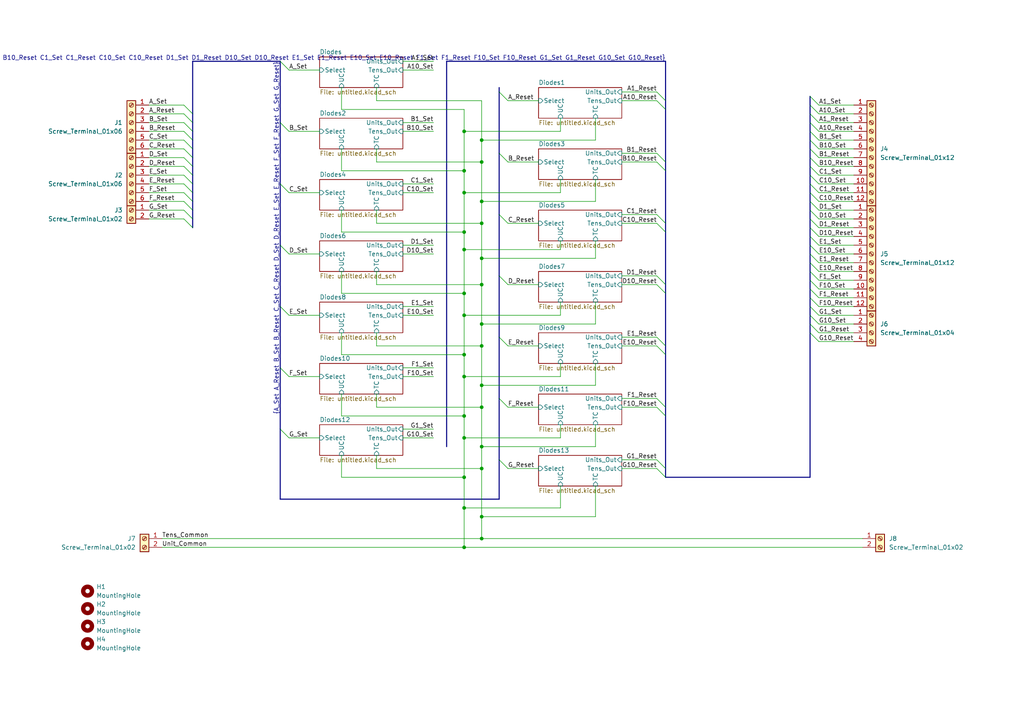
<source format=kicad_sch>
(kicad_sch (version 20231120) (generator "eeschema") (generator_version "8.0")
  (paper "A4")
  (lib_symbols
    (symbol "Connector:Screw_Terminal_01x02" (pin_names (offset 1.016) hide)
      (property "Reference" "J" (at 0 2.54 0))
      (property "Value" "Screw_Terminal_01x02" (at 0 -5.08 0))
      (symbol "Screw_Terminal_01x02_1_1"
        (rectangle (start -1.27 1.27) (end 1.27 -3.81) (stroke (width 0.254)) (fill (type background)))
        (circle (center 0 -2.54) (radius 0.635) (stroke (width 0.1524)))
        (polyline (pts (xy -0.5334 -2.2098) (xy 0.3302 -3.048)) (stroke (width 0.1524)))
        (polyline (pts (xy -0.5334 0.3302) (xy 0.3302 -0.508)) (stroke (width 0.1524)))
        (polyline (pts (xy -0.3556 -2.032) (xy 0.508 -2.8702)) (stroke (width 0.1524)))
        (polyline (pts (xy -0.3556 0.508) (xy 0.508 -0.3302)) (stroke (width 0.1524)))
        (circle (center 0 0) (radius 0.635) (stroke (width 0.1524)))
        (pin passive line (at -5.08 0 0) (length 3.81) (name "Pin_1") (number "1"))
        (pin passive line (at -5.08 -2.54 0) (length 3.81) (name "Pin_2") (number "2"))
      )
    )
    (symbol "Connector:Screw_Terminal_01x04" (pin_names (offset 1.016) hide)
      (property "Reference" "J" (at 0 5.08 0))
      (property "Value" "Screw_Terminal_01x04" (at 0 -7.62 0))
      (symbol "Screw_Terminal_01x04_1_1"
        (rectangle (start -1.27 3.81) (end 1.27 -6.35) (stroke (width 0.254)) (fill (type background)))
        (circle (center 0 -5.08) (radius 0.635) (stroke (width 0.1524)))
        (circle (center 0 -2.54) (radius 0.635) (stroke (width 0.1524)))
        (polyline (pts (xy -0.5334 -4.7498) (xy 0.3302 -5.588)) (stroke (width 0.1524)))
        (polyline (pts (xy -0.5334 -2.2098) (xy 0.3302 -3.048)) (stroke (width 0.1524)))
        (polyline (pts (xy -0.5334 0.3302) (xy 0.3302 -0.508)) (stroke (width 0.1524)))
        (polyline (pts (xy -0.5334 2.8702) (xy 0.3302 2.032)) (stroke (width 0.1524)))
        (polyline (pts (xy -0.3556 -4.572) (xy 0.508 -5.4102)) (stroke (width 0.1524)))
        (polyline (pts (xy -0.3556 -2.032) (xy 0.508 -2.8702)) (stroke (width 0.1524)))
        (polyline (pts (xy -0.3556 0.508) (xy 0.508 -0.3302)) (stroke (width 0.1524)))
        (polyline (pts (xy -0.3556 3.048) (xy 0.508 2.2098)) (stroke (width 0.1524)))
        (circle (center 0 0) (radius 0.635) (stroke (width 0.1524)))
        (circle (center 0 2.54) (radius 0.635) (stroke (width 0.1524)))
        (pin passive line (at -5.08 2.54 0) (length 3.81) (name "Pin_1") (number "1"))
        (pin passive line (at -5.08 0 0) (length 3.81) (name "Pin_2") (number "2"))
        (pin passive line (at -5.08 -2.54 0) (length 3.81) (name "Pin_3") (number "3"))
        (pin passive line (at -5.08 -5.08 0) (length 3.81) (name "Pin_4") (number "4"))
      )
    )
    (symbol "Connector:Screw_Terminal_01x06" (pin_names (offset 1.016) hide)
      (property "Reference" "J" (at 0 7.62 0))
      (property "Value" "Screw_Terminal_01x06" (at 0 -10.16 0))
      (symbol "Screw_Terminal_01x06_1_1"
        (rectangle (start -1.27 6.35) (end 1.27 -8.89) (stroke (width 0.254)) (fill (type background)))
        (circle (center 0 -7.62) (radius 0.635) (stroke (width 0.1524)))
        (circle (center 0 -5.08) (radius 0.635) (stroke (width 0.1524)))
        (circle (center 0 -2.54) (radius 0.635) (stroke (width 0.1524)))
        (polyline (pts (xy -0.5334 -7.2898) (xy 0.3302 -8.128)) (stroke (width 0.1524)))
        (polyline (pts (xy -0.5334 -4.7498) (xy 0.3302 -5.588)) (stroke (width 0.1524)))
        (polyline (pts (xy -0.5334 -2.2098) (xy 0.3302 -3.048)) (stroke (width 0.1524)))
        (polyline (pts (xy -0.5334 0.3302) (xy 0.3302 -0.508)) (stroke (width 0.1524)))
        (polyline (pts (xy -0.5334 2.8702) (xy 0.3302 2.032)) (stroke (width 0.1524)))
        (polyline (pts (xy -0.5334 5.4102) (xy 0.3302 4.572)) (stroke (width 0.1524)))
        (polyline (pts (xy -0.3556 -7.112) (xy 0.508 -7.9502)) (stroke (width 0.1524)))
        (polyline (pts (xy -0.3556 -4.572) (xy 0.508 -5.4102)) (stroke (width 0.1524)))
        (polyline (pts (xy -0.3556 -2.032) (xy 0.508 -2.8702)) (stroke (width 0.1524)))
        (polyline (pts (xy -0.3556 0.508) (xy 0.508 -0.3302)) (stroke (width 0.1524)))
        (polyline (pts (xy -0.3556 3.048) (xy 0.508 2.2098)) (stroke (width 0.1524)))
        (polyline (pts (xy -0.3556 5.588) (xy 0.508 4.7498)) (stroke (width 0.1524)))
        (circle (center 0 0) (radius 0.635) (stroke (width 0.1524)))
        (circle (center 0 2.54) (radius 0.635) (stroke (width 0.1524)))
        (circle (center 0 5.08) (radius 0.635) (stroke (width 0.1524)))
        (pin passive line (at -5.08 5.08 0) (length 3.81) (name "Pin_1") (number "1"))
        (pin passive line (at -5.08 2.54 0) (length 3.81) (name "Pin_2") (number "2"))
        (pin passive line (at -5.08 0 0) (length 3.81) (name "Pin_3") (number "3"))
        (pin passive line (at -5.08 -2.54 0) (length 3.81) (name "Pin_4") (number "4"))
        (pin passive line (at -5.08 -5.08 0) (length 3.81) (name "Pin_5") (number "5"))
        (pin passive line (at -5.08 -7.62 0) (length 3.81) (name "Pin_6") (number "6"))
      )
    )
    (symbol "Connector:Screw_Terminal_01x12" (pin_names (offset 1.016) hide)
      (property "Reference" "J" (at 0 15.24 0))
      (property "Value" "Screw_Terminal_01x12" (at 0 -17.78 0))
      (symbol "Screw_Terminal_01x12_1_1"
        (rectangle (start -1.27 13.97) (end 1.27 -16.51) (stroke (width 0.254)) (fill (type background)))
        (circle (center 0 -15.24) (radius 0.635) (stroke (width 0.1524)))
        (circle (center 0 -12.7) (radius 0.635) (stroke (width 0.1524)))
        (circle (center 0 -10.16) (radius 0.635) (stroke (width 0.1524)))
        (circle (center 0 -7.62) (radius 0.635) (stroke (width 0.1524)))
        (circle (center 0 -5.08) (radius 0.635) (stroke (width 0.1524)))
        (circle (center 0 -2.54) (radius 0.635) (stroke (width 0.1524)))
        (polyline (pts (xy -0.5334 -14.9098) (xy 0.3302 -15.748)) (stroke (width 0.1524)))
        (polyline (pts (xy -0.5334 -12.3698) (xy 0.3302 -13.208)) (stroke (width 0.1524)))
        (polyline (pts (xy -0.5334 -9.8298) (xy 0.3302 -10.668)) (stroke (width 0.1524)))
        (polyline (pts (xy -0.5334 -7.2898) (xy 0.3302 -8.128)) (stroke (width 0.1524)))
        (polyline (pts (xy -0.5334 -4.7498) (xy 0.3302 -5.588)) (stroke (width 0.1524)))
        (polyline (pts (xy -0.5334 -2.2098) (xy 0.3302 -3.048)) (stroke (width 0.1524)))
        (polyline (pts (xy -0.5334 0.3302) (xy 0.3302 -0.508)) (stroke (width 0.1524)))
        (polyline (pts (xy -0.5334 2.8702) (xy 0.3302 2.032)) (stroke (width 0.1524)))
        (polyline (pts (xy -0.5334 5.4102) (xy 0.3302 4.572)) (stroke (width 0.1524)))
        (polyline (pts (xy -0.5334 7.9502) (xy 0.3302 7.112)) (stroke (width 0.1524)))
        (polyline (pts (xy -0.5334 10.4902) (xy 0.3302 9.652)) (stroke (width 0.1524)))
        (polyline (pts (xy -0.5334 13.0302) (xy 0.3302 12.192)) (stroke (width 0.1524)))
        (polyline (pts (xy -0.3556 -14.732) (xy 0.508 -15.5702)) (stroke (width 0.1524)))
        (polyline (pts (xy -0.3556 -12.192) (xy 0.508 -13.0302)) (stroke (width 0.1524)))
        (polyline (pts (xy -0.3556 -9.652) (xy 0.508 -10.4902)) (stroke (width 0.1524)))
        (polyline (pts (xy -0.3556 -7.112) (xy 0.508 -7.9502)) (stroke (width 0.1524)))
        (polyline (pts (xy -0.3556 -4.572) (xy 0.508 -5.4102)) (stroke (width 0.1524)))
        (polyline (pts (xy -0.3556 -2.032) (xy 0.508 -2.8702)) (stroke (width 0.1524)))
        (polyline (pts (xy -0.3556 0.508) (xy 0.508 -0.3302)) (stroke (width 0.1524)))
        (polyline (pts (xy -0.3556 3.048) (xy 0.508 2.2098)) (stroke (width 0.1524)))
        (polyline (pts (xy -0.3556 5.588) (xy 0.508 4.7498)) (stroke (width 0.1524)))
        (polyline (pts (xy -0.3556 8.128) (xy 0.508 7.2898)) (stroke (width 0.1524)))
        (polyline (pts (xy -0.3556 10.668) (xy 0.508 9.8298)) (stroke (width 0.1524)))
        (polyline (pts (xy -0.3556 13.208) (xy 0.508 12.3698)) (stroke (width 0.1524)))
        (circle (center 0 0) (radius 0.635) (stroke (width 0.1524)))
        (circle (center 0 2.54) (radius 0.635) (stroke (width 0.1524)))
        (circle (center 0 5.08) (radius 0.635) (stroke (width 0.1524)))
        (circle (center 0 7.62) (radius 0.635) (stroke (width 0.1524)))
        (circle (center 0 10.16) (radius 0.635) (stroke (width 0.1524)))
        (circle (center 0 12.7) (radius 0.635) (stroke (width 0.1524)))
        (pin passive line (at -5.08 12.7 0) (length 3.81) (name "Pin_1") (number "1"))
        (pin passive line (at -5.08 -10.16 0) (length 3.81) (name "Pin_10") (number "10"))
        (pin passive line (at -5.08 -12.7 0) (length 3.81) (name "Pin_11") (number "11"))
        (pin passive line (at -5.08 -15.24 0) (length 3.81) (name "Pin_12") (number "12"))
        (pin passive line (at -5.08 10.16 0) (length 3.81) (name "Pin_2") (number "2"))
        (pin passive line (at -5.08 7.62 0) (length 3.81) (name "Pin_3") (number "3"))
        (pin passive line (at -5.08 5.08 0) (length 3.81) (name "Pin_4") (number "4"))
        (pin passive line (at -5.08 2.54 0) (length 3.81) (name "Pin_5") (number "5"))
        (pin passive line (at -5.08 0 0) (length 3.81) (name "Pin_6") (number "6"))
        (pin passive line (at -5.08 -2.54 0) (length 3.81) (name "Pin_7") (number "7"))
        (pin passive line (at -5.08 -5.08 0) (length 3.81) (name "Pin_8") (number "8"))
        (pin passive line (at -5.08 -7.62 0) (length 3.81) (name "Pin_9") (number "9"))
      )
    )
    (symbol "Mechanical:MountingHole" (pin_names (offset 1.016))
      (property "Reference" "H" (at 0 5.08 0))
      (property "Value" "MountingHole" (at 0 3.175 0))
      (symbol "MountingHole_0_1"
        (circle (center 0 0) (radius 1.27) (stroke (width 1.27)))
      )
    )
  )
  (junction (at 139.7 82.55))
  (junction (at 139.7 74.93))
  (junction (at 134.62 67.31))
  (junction (at 134.62 55.88))
  (junction (at 139.7 118.11))
  (junction (at 139.7 58.42))
  (junction (at 139.7 40.64))
  (junction (at 134.62 91.44))
  (junction (at 134.62 85.09))
  (junction (at 139.7 135.89))
  (junction (at 134.62 138.43))
  (junction (at 134.62 109.22))
  (junction (at 134.62 49.53))
  (junction (at 134.62 158.75))
  (junction (at 134.62 102.87))
  (junction (at 139.7 129.54))
  (junction (at 139.7 64.77))
  (junction (at 139.7 93.98))
  (junction (at 134.62 120.65))
  (junction (at 139.7 46.99))
  (junction (at 139.7 149.86))
  (junction (at 139.7 156.21))
  (junction (at 134.62 72.39))
  (junction (at 134.62 38.1))
  (junction (at 134.62 127))
  (junction (at 134.62 147.32))
  (junction (at 139.7 111.76))
  (junction (at 139.7 100.33))
  (bus_entry (at 234.95 27.94) (size 2.54 2.54))
  (bus_entry (at 53.34 60.96) (size 2.54 2.54))
  (bus_entry (at 190.5 97.79) (size 2.54 2.54))
  (bus_entry (at 234.95 45.72) (size 2.54 2.54))
  (bus_entry (at 81.28 35.56) (size 2.54 2.54))
  (bus_entry (at 81.28 17.78) (size 2.54 2.54))
  (bus_entry (at 234.95 53.34) (size 2.54 2.54))
  (bus_entry (at 144.78 26.67) (size 2.54 2.54))
  (bus_entry (at 53.34 40.64) (size 2.54 2.54))
  (bus_entry (at 190.5 100.33) (size 2.54 2.54))
  (bus_entry (at 234.95 88.9) (size 2.54 2.54))
  (bus_entry (at 234.95 76.2) (size 2.54 2.54))
  (bus_entry (at 190.5 133.35) (size 2.54 2.54))
  (bus_entry (at 234.95 38.1) (size 2.54 2.54))
  (bus_entry (at 234.95 93.98) (size 2.54 2.54))
  (bus_entry (at 144.78 133.35) (size 2.54 2.54))
  (bus_entry (at 53.34 45.72) (size 2.54 2.54))
  (bus_entry (at 234.95 60.96) (size 2.54 2.54))
  (bus_entry (at 144.78 44.45) (size 2.54 2.54))
  (bus_entry (at 81.28 106.68) (size 2.54 2.54))
  (bus_entry (at 234.95 73.66) (size 2.54 2.54))
  (bus_entry (at 234.95 86.36) (size 2.54 2.54))
  (bus_entry (at 81.28 124.46) (size 2.54 2.54))
  (bus_entry (at 234.95 55.88) (size 2.54 2.54))
  (bus_entry (at 234.95 66.04) (size 2.54 2.54))
  (bus_entry (at 190.5 115.57) (size 2.54 2.54))
  (bus_entry (at 190.5 29.21) (size 2.54 2.54))
  (bus_entry (at 234.95 35.56) (size 2.54 2.54))
  (bus_entry (at 234.95 83.82) (size 2.54 2.54))
  (bus_entry (at 190.5 118.11) (size 2.54 2.54))
  (bus_entry (at 81.28 53.34) (size 2.54 2.54))
  (bus_entry (at 234.95 91.44) (size 2.54 2.54))
  (bus_entry (at 81.28 71.12) (size 2.54 2.54))
  (bus_entry (at 190.5 82.55) (size 2.54 2.54))
  (bus_entry (at 234.95 96.52) (size 2.54 2.54))
  (bus_entry (at 234.95 50.8) (size 2.54 2.54))
  (bus_entry (at 234.95 71.12) (size 2.54 2.54))
  (bus_entry (at 144.78 80.01) (size 2.54 2.54))
  (bus_entry (at 53.34 30.48) (size 2.54 2.54))
  (bus_entry (at 53.34 55.88) (size 2.54 2.54))
  (bus_entry (at 81.28 88.9) (size 2.54 2.54))
  (bus_entry (at 234.95 63.5) (size 2.54 2.54))
  (bus_entry (at 234.95 43.18) (size 2.54 2.54))
  (bus_entry (at 234.95 78.74) (size 2.54 2.54))
  (bus_entry (at 53.34 48.26) (size 2.54 2.54))
  (bus_entry (at 190.5 44.45) (size 2.54 2.54))
  (bus_entry (at 144.78 62.23) (size 2.54 2.54))
  (bus_entry (at 234.95 81.28) (size 2.54 2.54))
  (bus_entry (at 190.5 62.23) (size 2.54 2.54))
  (bus_entry (at 234.95 68.58) (size 2.54 2.54))
  (bus_entry (at 53.34 38.1) (size 2.54 2.54))
  (bus_entry (at 144.78 115.57) (size 2.54 2.54))
  (bus_entry (at 234.95 58.42) (size 2.54 2.54))
  (bus_entry (at 53.34 63.5) (size 2.54 2.54))
  (bus_entry (at 190.5 80.01) (size 2.54 2.54))
  (bus_entry (at 53.34 53.34) (size 2.54 2.54))
  (bus_entry (at 53.34 43.18) (size 2.54 2.54))
  (bus_entry (at 144.78 97.79) (size 2.54 2.54))
  (bus_entry (at 190.5 135.89) (size 2.54 2.54))
  (bus_entry (at 234.95 30.48) (size 2.54 2.54))
  (bus_entry (at 190.5 26.67) (size 2.54 2.54))
  (bus_entry (at 234.95 33.02) (size 2.54 2.54))
  (bus_entry (at 190.5 64.77) (size 2.54 2.54))
  (bus_entry (at 234.95 48.26) (size 2.54 2.54))
  (bus_entry (at 190.5 46.99) (size 2.54 2.54))
  (bus_entry (at 53.34 58.42) (size 2.54 2.54))
  (bus_entry (at 234.95 40.64) (size 2.54 2.54))
  (bus_entry (at 53.34 35.56) (size 2.54 2.54))
  (bus_entry (at 53.34 33.02) (size 2.54 2.54))
  (bus_entry (at 53.34 50.8) (size 2.54 2.54))
  (wire (pts (xy 237.49 48.26) (xy 247.65 48.26)))
  (bus (pts (xy 234.95 55.88) (xy 234.95 58.42)))
  (bus (pts (xy 55.88 53.34) (xy 55.88 50.8)))
  (bus (pts (xy 234.95 93.98) (xy 234.95 96.52)))
  (wire (pts (xy 134.62 127) (xy 162.56 127)))
  (wire (pts (xy 180.34 80.01) (xy 190.5 80.01)))
  (bus (pts (xy 234.95 86.36) (xy 234.95 88.9)))
  (wire (pts (xy 99.06 60.96) (xy 99.06 67.31)))
  (wire (pts (xy 134.62 91.44) (xy 134.62 102.87)))
  (wire (pts (xy 116.84 106.68) (xy 125.73 106.68)))
  (wire (pts (xy 134.62 31.75) (xy 134.62 38.1)))
  (bus (pts (xy 144.78 62.23) (xy 144.78 80.01)))
  (wire (pts (xy 162.56 109.22) (xy 134.62 109.22)))
  (bus (pts (xy 234.95 27.94) (xy 234.95 30.48)))
  (wire (pts (xy 162.56 147.32) (xy 134.62 147.32)))
  (wire (pts (xy 172.72 74.93) (xy 139.7 74.93)))
  (bus (pts (xy 193.04 138.43) (xy 234.95 138.43)))
  (wire (pts (xy 147.32 64.77) (xy 156.21 64.77)))
  (bus (pts (xy 144.78 25.4) (xy 144.78 26.67)))
  (wire (pts (xy 180.34 46.99) (xy 190.5 46.99)))
  (wire (pts (xy 162.56 105.41) (xy 162.56 109.22)))
  (wire (pts (xy 237.49 38.1) (xy 247.65 38.1)))
  (wire (pts (xy 172.72 105.41) (xy 172.72 111.76)))
  (bus (pts (xy 144.78 97.79) (xy 144.78 115.57)))
  (wire (pts (xy 139.7 149.86) (xy 139.7 135.89)))
  (bus (pts (xy 234.95 40.64) (xy 234.95 43.18)))
  (wire (pts (xy 43.18 50.8) (xy 53.34 50.8)))
  (wire (pts (xy 250.19 156.21) (xy 139.7 156.21)))
  (wire (pts (xy 116.84 38.1) (xy 125.73 38.1)))
  (wire (pts (xy 139.7 58.42) (xy 139.7 46.99)))
  (bus (pts (xy 129.54 17.78) (xy 129.54 129.54)))
  (wire (pts (xy 134.62 85.09) (xy 134.62 91.44)))
  (wire (pts (xy 109.22 43.18) (xy 109.22 46.99)))
  (bus (pts (xy 234.95 43.18) (xy 234.95 45.72)))
  (wire (pts (xy 43.18 45.72) (xy 53.34 45.72)))
  (wire (pts (xy 172.72 52.07) (xy 172.72 58.42)))
  (wire (pts (xy 109.22 60.96) (xy 109.22 64.77)))
  (wire (pts (xy 109.22 96.52) (xy 109.22 100.33)))
  (wire (pts (xy 116.84 71.12) (xy 125.73 71.12)))
  (wire (pts (xy 134.62 31.75) (xy 99.06 31.75)))
  (bus (pts (xy 55.88 60.96) (xy 55.88 58.42)))
  (wire (pts (xy 237.49 86.36) (xy 247.65 86.36)))
  (bus (pts (xy 234.95 53.34) (xy 234.95 55.88)))
  (wire (pts (xy 99.06 132.08) (xy 99.06 138.43)))
  (wire (pts (xy 43.18 58.42) (xy 53.34 58.42)))
  (bus (pts (xy 144.78 44.45) (xy 144.78 62.23)))
  (wire (pts (xy 180.34 135.89) (xy 190.5 135.89)))
  (bus (pts (xy 193.04 82.55) (xy 193.04 85.09)))
  (wire (pts (xy 83.82 73.66) (xy 92.71 73.66)))
  (wire (pts (xy 172.72 129.54) (xy 139.7 129.54)))
  (wire (pts (xy 237.49 60.96) (xy 247.65 60.96)))
  (bus (pts (xy 55.88 38.1) (xy 55.88 35.56)))
  (wire (pts (xy 180.34 97.79) (xy 190.5 97.79)))
  (wire (pts (xy 83.82 109.22) (xy 92.71 109.22)))
  (wire (pts (xy 172.72 140.97) (xy 172.72 149.86)))
  (bus (pts (xy 81.28 17.78) (xy 81.28 35.56)))
  (wire (pts (xy 180.34 64.77) (xy 190.5 64.77)))
  (wire (pts (xy 180.34 62.23) (xy 190.5 62.23)))
  (wire (pts (xy 134.62 55.88) (xy 162.56 55.88)))
  (bus (pts (xy 55.88 43.18) (xy 55.88 40.64)))
  (wire (pts (xy 139.7 46.99) (xy 139.7 40.64)))
  (wire (pts (xy 43.18 33.02) (xy 53.34 33.02)))
  (wire (pts (xy 134.62 138.43) (xy 134.62 147.32)))
  (wire (pts (xy 237.49 93.98) (xy 247.65 93.98)))
  (bus (pts (xy 193.04 49.53) (xy 193.04 64.77)))
  (wire (pts (xy 116.84 20.32) (xy 125.73 20.32)))
  (bus (pts (xy 193.04 31.75) (xy 193.04 46.99)))
  (wire (pts (xy 134.62 147.32) (xy 134.62 158.75)))
  (wire (pts (xy 116.84 73.66) (xy 125.73 73.66)))
  (wire (pts (xy 83.82 20.32) (xy 92.71 20.32)))
  (wire (pts (xy 134.62 55.88) (xy 134.62 67.31)))
  (wire (pts (xy 162.56 69.85) (xy 162.56 72.39)))
  (wire (pts (xy 139.7 40.64) (xy 139.7 29.21)))
  (bus (pts (xy 81.28 106.68) (xy 81.28 124.46)))
  (wire (pts (xy 134.62 38.1) (xy 134.62 49.53)))
  (wire (pts (xy 83.82 55.88) (xy 92.71 55.88)))
  (wire (pts (xy 139.7 118.11) (xy 139.7 111.76)))
  (bus (pts (xy 234.95 35.56) (xy 234.95 38.1)))
  (bus (pts (xy 55.88 35.56) (xy 55.88 33.02)))
  (wire (pts (xy 180.34 118.11) (xy 190.5 118.11)))
  (bus (pts (xy 234.95 33.02) (xy 234.95 35.56)))
  (bus (pts (xy 234.95 48.26) (xy 234.95 50.8)))
  (bus (pts (xy 193.04 85.09) (xy 193.04 100.33)))
  (bus (pts (xy 234.95 78.74) (xy 234.95 81.28)))
  (wire (pts (xy 147.32 100.33) (xy 156.21 100.33)))
  (wire (pts (xy 237.49 81.28) (xy 247.65 81.28)))
  (wire (pts (xy 147.32 118.11) (xy 156.21 118.11)))
  (wire (pts (xy 250.19 158.75) (xy 134.62 158.75)))
  (wire (pts (xy 237.49 96.52) (xy 247.65 96.52)))
  (wire (pts (xy 46.99 156.21) (xy 139.7 156.21)))
  (wire (pts (xy 43.18 63.5) (xy 53.34 63.5)))
  (wire (pts (xy 43.18 43.18) (xy 53.34 43.18)))
  (wire (pts (xy 172.72 149.86) (xy 139.7 149.86)))
  (bus (pts (xy 234.95 73.66) (xy 234.95 76.2)))
  (wire (pts (xy 99.06 31.75) (xy 99.06 25.4)))
  (wire (pts (xy 237.49 55.88) (xy 247.65 55.88)))
  (wire (pts (xy 237.49 73.66) (xy 247.65 73.66)))
  (wire (pts (xy 147.32 29.21) (xy 156.21 29.21)))
  (wire (pts (xy 99.06 49.53) (xy 134.62 49.53)))
  (wire (pts (xy 237.49 53.34) (xy 247.65 53.34)))
  (wire (pts (xy 109.22 29.21) (xy 109.22 25.4)))
  (wire (pts (xy 180.34 29.21) (xy 190.5 29.21)))
  (bus (pts (xy 193.04 120.65) (xy 193.04 135.89)))
  (bus (pts (xy 193.04 135.89) (xy 193.04 138.43)))
  (wire (pts (xy 172.72 93.98) (xy 139.7 93.98)))
  (wire (pts (xy 134.62 72.39) (xy 162.56 72.39)))
  (bus (pts (xy 55.88 17.78) (xy 55.88 33.02)))
  (bus (pts (xy 234.95 96.52) (xy 234.95 138.43)))
  (bus (pts (xy 234.95 50.8) (xy 234.95 53.34)))
  (wire (pts (xy 116.84 127) (xy 125.73 127)))
  (wire (pts (xy 237.49 83.82) (xy 247.65 83.82)))
  (wire (pts (xy 172.72 34.29) (xy 172.72 40.64)))
  (wire (pts (xy 99.06 96.52) (xy 99.06 102.87)))
  (bus (pts (xy 234.95 88.9) (xy 234.95 91.44)))
  (wire (pts (xy 180.34 26.67) (xy 190.5 26.67)))
  (wire (pts (xy 83.82 38.1) (xy 92.71 38.1)))
  (wire (pts (xy 237.49 43.18) (xy 247.65 43.18)))
  (wire (pts (xy 43.18 35.56) (xy 53.34 35.56)))
  (bus (pts (xy 81.28 17.78) (xy 55.88 17.78)))
  (bus (pts (xy 234.95 66.04) (xy 234.95 68.58)))
  (wire (pts (xy 99.06 43.18) (xy 99.06 49.53)))
  (bus (pts (xy 81.28 144.78) (xy 144.78 144.78)))
  (wire (pts (xy 162.56 91.44) (xy 134.62 91.44)))
  (wire (pts (xy 162.56 140.97) (xy 162.56 147.32)))
  (wire (pts (xy 180.34 100.33) (xy 190.5 100.33)))
  (wire (pts (xy 43.18 40.64) (xy 53.34 40.64)))
  (wire (pts (xy 172.72 40.64) (xy 139.7 40.64)))
  (bus (pts (xy 193.04 46.99) (xy 193.04 49.53)))
  (wire (pts (xy 237.49 63.5) (xy 247.65 63.5)))
  (bus (pts (xy 234.95 76.2) (xy 234.95 78.74)))
  (bus (pts (xy 81.28 124.46) (xy 81.28 144.78)))
  (bus (pts (xy 144.78 26.67) (xy 144.78 44.45)))
  (wire (pts (xy 139.7 129.54) (xy 139.7 118.11)))
  (wire (pts (xy 109.22 64.77) (xy 139.7 64.77)))
  (bus (pts (xy 81.28 71.12) (xy 81.28 88.9)))
  (wire (pts (xy 237.49 33.02) (xy 247.65 33.02)))
  (bus (pts (xy 193.04 67.31) (xy 193.04 82.55)))
  (wire (pts (xy 46.99 158.75) (xy 134.62 158.75)))
  (wire (pts (xy 109.22 78.74) (xy 109.22 82.55)))
  (wire (pts (xy 116.84 55.88) (xy 125.73 55.88)))
  (bus (pts (xy 55.88 50.8) (xy 55.88 48.26)))
  (wire (pts (xy 99.06 120.65) (xy 134.62 120.65)))
  (wire (pts (xy 83.82 91.44) (xy 92.71 91.44)))
  (wire (pts (xy 237.49 71.12) (xy 247.65 71.12)))
  (wire (pts (xy 134.62 102.87) (xy 134.62 109.22)))
  (bus (pts (xy 81.28 88.9) (xy 81.28 106.68)))
  (wire (pts (xy 237.49 66.04) (xy 247.65 66.04)))
  (wire (pts (xy 162.56 123.19) (xy 162.56 127)))
  (wire (pts (xy 134.62 72.39) (xy 134.62 85.09)))
  (wire (pts (xy 43.18 60.96) (xy 53.34 60.96)))
  (wire (pts (xy 99.06 114.3) (xy 99.06 120.65)))
  (wire (pts (xy 139.7 74.93) (xy 139.7 64.77)))
  (bus (pts (xy 234.95 60.96) (xy 234.95 63.5)))
  (wire (pts (xy 116.84 17.78) (xy 125.73 17.78)))
  (wire (pts (xy 180.34 133.35) (xy 190.5 133.35)))
  (wire (pts (xy 237.49 30.48) (xy 247.65 30.48)))
  (wire (pts (xy 99.06 67.31) (xy 134.62 67.31)))
  (bus (pts (xy 193.04 64.77) (xy 193.04 67.31)))
  (wire (pts (xy 109.22 118.11) (xy 139.7 118.11)))
  (wire (pts (xy 162.56 52.07) (xy 162.56 55.88)))
  (wire (pts (xy 180.34 44.45) (xy 190.5 44.45)))
  (wire (pts (xy 172.72 123.19) (xy 172.72 129.54)))
  (bus (pts (xy 144.78 80.01) (xy 144.78 97.79)))
  (wire (pts (xy 139.7 149.86) (xy 139.7 156.21)))
  (bus (pts (xy 193.04 102.87) (xy 193.04 118.11)))
  (wire (pts (xy 109.22 132.08) (xy 109.22 135.89)))
  (wire (pts (xy 139.7 93.98) (xy 139.7 82.55)))
  (wire (pts (xy 134.62 120.65) (xy 134.62 127)))
  (wire (pts (xy 237.49 78.74) (xy 247.65 78.74)))
  (wire (pts (xy 237.49 58.42) (xy 247.65 58.42)))
  (wire (pts (xy 83.82 127) (xy 92.71 127)))
  (wire (pts (xy 139.7 100.33) (xy 139.7 93.98)))
  (wire (pts (xy 99.06 85.09) (xy 134.62 85.09)))
  (bus (pts (xy 234.95 71.12) (xy 234.95 73.66)))
  (wire (pts (xy 99.06 102.87) (xy 134.62 102.87)))
  (bus (pts (xy 193.04 29.21) (xy 193.04 31.75)))
  (wire (pts (xy 134.62 127) (xy 134.62 138.43)))
  (wire (pts (xy 43.18 48.26) (xy 53.34 48.26)))
  (bus (pts (xy 193.04 17.78) (xy 129.54 17.78)))
  (wire (pts (xy 172.72 58.42) (xy 139.7 58.42)))
  (bus (pts (xy 234.95 83.82) (xy 234.95 86.36)))
  (wire (pts (xy 237.49 99.06) (xy 247.65 99.06)))
  (bus (pts (xy 234.95 63.5) (xy 234.95 66.04)))
  (bus (pts (xy 55.88 63.5) (xy 55.88 60.96)))
  (bus (pts (xy 193.04 17.78) (xy 193.04 29.21)))
  (wire (pts (xy 237.49 50.8) (xy 247.65 50.8)))
  (wire (pts (xy 116.84 53.34) (xy 125.73 53.34)))
  (wire (pts (xy 139.7 64.77) (xy 139.7 58.42)))
  (wire (pts (xy 116.84 124.46) (xy 125.73 124.46)))
  (wire (pts (xy 116.84 35.56) (xy 125.73 35.56)))
  (wire (pts (xy 147.32 82.55) (xy 156.21 82.55)))
  (wire (pts (xy 109.22 82.55) (xy 139.7 82.55)))
  (wire (pts (xy 99.06 78.74) (xy 99.06 85.09)))
  (bus (pts (xy 234.95 58.42) (xy 234.95 60.96)))
  (wire (pts (xy 43.18 53.34) (xy 53.34 53.34)))
  (wire (pts (xy 134.62 49.53) (xy 134.62 55.88)))
  (wire (pts (xy 180.34 115.57) (xy 190.5 115.57)))
  (wire (pts (xy 237.49 76.2) (xy 247.65 76.2)))
  (wire (pts (xy 237.49 40.64) (xy 247.65 40.64)))
  (bus (pts (xy 55.88 48.26) (xy 55.88 45.72)))
  (bus (pts (xy 55.88 40.64) (xy 55.88 38.1)))
  (wire (pts (xy 237.49 45.72) (xy 247.65 45.72)))
  (wire (pts (xy 139.7 135.89) (xy 139.7 129.54)))
  (wire (pts (xy 139.7 29.21) (xy 109.22 29.21)))
  (bus (pts (xy 55.88 63.5) (xy 55.88 66.04)))
  (bus (pts (xy 234.95 45.72) (xy 234.95 48.26)))
  (wire (pts (xy 237.49 88.9) (xy 247.65 88.9)))
  (wire (pts (xy 162.56 38.1) (xy 134.62 38.1)))
  (wire (pts (xy 180.34 82.55) (xy 190.5 82.55)))
  (wire (pts (xy 172.72 69.85) (xy 172.72 74.93)))
  (wire (pts (xy 162.56 87.63) (xy 162.56 91.44)))
  (wire (pts (xy 109.22 135.89) (xy 139.7 135.89)))
  (wire (pts (xy 109.22 114.3) (xy 109.22 118.11)))
  (wire (pts (xy 99.06 138.43) (xy 134.62 138.43)))
  (bus (pts (xy 193.04 118.11) (xy 193.04 120.65)))
  (bus (pts (xy 81.28 35.56) (xy 81.28 53.34)))
  (wire (pts (xy 116.84 88.9) (xy 125.73 88.9)))
  (wire (pts (xy 116.84 109.22) (xy 125.73 109.22)))
  (bus (pts (xy 234.95 30.48) (xy 234.95 33.02)))
  (wire (pts (xy 134.62 109.22) (xy 134.62 120.65)))
  (bus (pts (xy 234.95 38.1) (xy 234.95 40.64)))
  (wire (pts (xy 43.18 38.1) (xy 53.34 38.1)))
  (wire (pts (xy 162.56 34.29) (xy 162.56 38.1)))
  (wire (pts (xy 147.32 46.99) (xy 156.21 46.99)))
  (wire (pts (xy 147.32 135.89) (xy 156.21 135.89)))
  (bus (pts (xy 144.78 133.35) (xy 144.78 144.78)))
  (wire (pts (xy 109.22 100.33) (xy 139.7 100.33)))
  (wire (pts (xy 109.22 46.99) (xy 139.7 46.99)))
  (bus (pts (xy 234.95 81.28) (xy 234.95 83.82)))
  (wire (pts (xy 134.62 67.31) (xy 134.62 72.39)))
  (wire (pts (xy 139.7 82.55) (xy 139.7 74.93)))
  (wire (pts (xy 237.49 68.58) (xy 247.65 68.58)))
  (bus (pts (xy 234.95 91.44) (xy 234.95 93.98)))
  (bus (pts (xy 55.88 58.42) (xy 55.88 55.88)))
  (bus (pts (xy 144.78 115.57) (xy 144.78 133.35)))
  (wire (pts (xy 139.7 111.76) (xy 139.7 100.33)))
  (wire (pts (xy 237.49 91.44) (xy 247.65 91.44)))
  (bus (pts (xy 55.88 45.72) (xy 55.88 43.18)))
  (bus (pts (xy 234.95 68.58) (xy 234.95 71.12)))
  (wire (pts (xy 172.72 87.63) (xy 172.72 93.98)))
  (wire (pts (xy 43.18 55.88) (xy 53.34 55.88)))
  (bus (pts (xy 81.28 53.34) (xy 81.28 71.12)))
  (bus (pts (xy 193.04 100.33) (xy 193.04 102.87)))
  (bus (pts (xy 55.88 55.88) (xy 55.88 53.34)))
  (wire (pts (xy 172.72 111.76) (xy 139.7 111.76)))
  (wire (pts (xy 116.84 91.44) (xy 125.73 91.44)))
  (wire (pts (xy 43.18 30.48) (xy 53.34 30.48)))
  (wire (pts (xy 237.49 35.56) (xy 247.65 35.56)))
  (label "G_Set" (at 43.18 60.96 0))
  (label "F1_Set" (at 237.49 81.28 0))
  (label "B10_Reset" (at 237.49 48.26 0))
  (label "F1_Reset" (at 190.5 115.57 180))
  (label "A10_Set" (at 237.49 33.02 0))
  (label "D10_Reset" (at 237.49 68.58 0))
  (label "G_Set" (at 83.82 127 0))
  (label "E10_Set" (at 125.73 91.44 180))
  (label "F10_Set" (at 125.73 109.22 180))
  (label "A1_Reset" (at 190.5 26.67 180))
  (label "E10_Reset" (at 237.49 78.74 0))
  (label "F10_Set" (at 237.49 83.82 0))
  (label "D_Reset" (at 43.18 48.26 0))
  (label "F_Reset" (at 147.32 118.11 0))
  (label "E10_Set" (at 237.49 73.66 0))
  (label "G10_Reset" (at 237.49 99.06 0))
  (label "E_Set" (at 43.18 50.8 0))
  (label "G10_Reset" (at 190.5 135.89 180))
  (label "B_Reset" (at 43.18 38.1 0))
  (label "B1_Set" (at 125.73 35.56 180))
  (label "A_Set" (at 83.82 20.32 0))
  (label "B_Set" (at 43.18 35.56 0))
  (label "B_Reset" (at 147.32 46.99 0))
  (label "{A_Set A_Reset B_Set B_Reset C_Set C_Reset D_Set D_Reset E_Set E_Reset F_Set F_Reset G_Set G_Reset}" (at 81.28 17.78 270))
  (label "Unit_Common" (at 46.99 158.75 0))
  (label "F10_Reset" (at 190.5 118.11 180))
  (label "G1_Reset" (at 190.5 133.35 180))
  (label "G_Reset" (at 43.18 63.5 0))
  (label "B10_Set" (at 125.73 38.1 180))
  (label "G10_Set" (at 237.49 93.98 0))
  (label "{A1_Set A1_Reset A10_Set A10_Reset B1_Set B1_Reset B10_Set B10_Reset C1_Set C1_Reset C10_Set C10_Reset D1_Set D1_Reset D10_Set D10_Reset E1_Set E1_Reset E10_Set E10_Reset F1_Set F1_Reset F10_Set F10_Reset G1_Set G1_Reset G10_Set G10_Reset}" (at 193.04 17.78 180))
  (label "B1_Set" (at 237.49 40.64 0))
  (label "E_Reset" (at 43.18 53.34 0))
  (label "E1_Reset" (at 237.49 76.2 0))
  (label "G10_Set" (at 125.73 127 180))
  (label "D_Reset" (at 147.32 82.55 0))
  (label "E_Reset" (at 147.32 100.33 0))
  (label "A_Set" (at 43.18 30.48 0))
  (label "E1_Reset" (at 190.5 97.79 180))
  (label "E_Set" (at 83.82 91.44 0))
  (label "F1_Reset" (at 237.49 86.36 0))
  (label "D1_Reset" (at 237.49 66.04 0))
  (label "B10_Set" (at 237.49 43.18 0))
  (label "C10_Reset" (at 190.5 64.77 180))
  (label "D1_Set" (at 237.49 60.96 0))
  (label "D10_Set" (at 125.73 73.66 180))
  (label "B_Set" (at 83.82 38.1 0))
  (label "A10_Reset" (at 190.5 29.21 180))
  (label "A10_Set" (at 125.73 20.32 180))
  (label "B1_Reset" (at 190.5 44.45 180))
  (label "G1_Set" (at 237.49 91.44 0))
  (label "D10_Set" (at 237.49 63.5 0))
  (label "A1_Set" (at 237.49 30.48 0))
  (label "C10_Set" (at 237.49 53.34 0))
  (label "F_Set" (at 43.18 55.88 0))
  (label "D_Set" (at 43.18 45.72 0))
  (label "A1_Reset" (at 237.49 35.56 0))
  (label "C1_Reset" (at 237.49 55.88 0))
  (label "D1_Set" (at 125.73 71.12 180))
  (label "E1_Set" (at 125.73 88.9 180))
  (label "A_Reset" (at 147.32 29.21 0))
  (label "F10_Reset" (at 237.49 88.9 0))
  (label "D_Set" (at 83.82 73.66 0))
  (label "C1_Set" (at 125.73 53.34 180))
  (label "C_Set" (at 83.82 55.88 0))
  (label "C10_Reset" (at 237.49 58.42 0))
  (label "F1_Set" (at 125.73 106.68 180))
  (label "B10_Reset" (at 190.5 46.99 180))
  (label "G1_Reset" (at 237.49 96.52 0))
  (label "C_Reset" (at 147.32 64.77 0))
  (label "D1_Reset" (at 190.5 80.01 180))
  (label "F_Reset" (at 43.18 58.42 0))
  (label "Tens_Common" (at 46.99 156.21 0))
  (label "G1_Set" (at 125.73 124.46 180))
  (label "E10_Reset" (at 190.5 100.33 180))
  (label "C1_Set" (at 237.49 50.8 0))
  (label "C_Set" (at 43.18 40.64 0))
  (label "A1_Set" (at 125.73 17.78 180))
  (label "C1_Reset" (at 190.5 62.23 180))
  (label "E1_Set" (at 237.49 71.12 0))
  (label "A10_Reset" (at 237.49 38.1 0))
  (label "B1_Reset" (at 237.49 45.72 0))
  (label "A_Reset" (at 43.18 33.02 0))
  (label "F_Set" (at 83.82 109.22 0))
  (label "D10_Reset" (at 190.5 82.55 180))
  (label "C10_Set" (at 125.73 55.88 180))
  (label "G_Reset" (at 147.32 135.89 0))
  (label "C_Reset" (at 43.18 43.18 0))
  (symbol (lib_id "Connector:Screw_Terminal_01x06") (at 38.1 35.56 0) (mirror y) (unit 1)
    (property "Reference" "J1" (at 35.56 35.56 0) (effects (justify left)))
    (property "Value" "Screw_Terminal_01x06" (at 35.56 38.1 0) (effects (justify left)))
    (property "Footprint" "Connector_Phoenix_MC_HighVoltage:PhoenixContact_MCV_1,5_6-G-5.08_1x06_P5.08mm_Vertical" (effects (hide yes)))
  )
  (symbol (lib_id "Connector:Screw_Terminal_01x02") (at 41.91 156.21 0) (mirror y) (unit 1)
    (property "Reference" "J7" (at 39.37 156.21 0) (effects (justify left)))
    (property "Value" "Screw_Terminal_01x02" (at 39.37 158.75 0) (effects (justify left)))
    (property "Footprint" "TerminalBlock_Phoenix:TerminalBlock_Phoenix_MKDS-3-2-5.08_1x02_P5.08mm_Horizontal" (effects (hide yes)))
  )
  (symbol (lib_id "Connector:Screw_Terminal_01x04") (at 252.73 93.98 0) (unit 1)
    (property "Reference" "J6" (at 255.27 93.98 0) (effects (justify left)))
    (property "Value" "Screw_Terminal_01x04" (at 255.27 96.52 0) (effects (justify left)))
    (property "Footprint" "TerminalBlock_Phoenix:TerminalBlock_Phoenix_MPT-0,5-4-2.54_1x04_P2.54mm_Horizontal" (effects (hide yes)))
  )
  (symbol (lib_id "Mechanical:MountingHole") (at 25.4 171.45 0) (unit 1)
    (property "Reference" "H1" (at 27.94 170.18 0) (effects (justify left)))
    (property "Value" "MountingHole" (at 27.94 172.72 0) (effects (justify left)))
    (property "Footprint" "MountingHole:MountingHole_3.2mm_M3_ISO7380" (effects (hide yes)))
  )
  (symbol (lib_id "Connector:Screw_Terminal_01x12") (at 252.73 73.66 0) (unit 1)
    (property "Reference" "J5" (at 255.27 73.66 0) (effects (justify left)))
    (property "Value" "Screw_Terminal_01x12" (at 255.27 76.2 0) (effects (justify left)))
    (property "Footprint" "TerminalBlock_Phoenix:TerminalBlock_Phoenix_MPT-0,5-12-2.54_1x12_P2.54mm_Horizontal" (effects (hide yes)))
  )
  (symbol (lib_id "Connector:Screw_Terminal_01x12") (at 252.73 43.18 0) (unit 1)
    (property "Reference" "J4" (at 255.27 43.18 0) (effects (justify left)))
    (property "Value" "Screw_Terminal_01x12" (at 255.27 45.72 0) (effects (justify left)))
    (property "Footprint" "TerminalBlock_Phoenix:TerminalBlock_Phoenix_MPT-0,5-12-2.54_1x12_P2.54mm_Horizontal" (effects (hide yes)))
  )
  (symbol (lib_id "Connector:Screw_Terminal_01x02") (at 255.27 156.21 0) (unit 1)
    (property "Reference" "J8" (at 257.81 156.21 0) (effects (justify left)))
    (property "Value" "Screw_Terminal_01x02" (at 257.81 158.75 0) (effects (justify left)))
    (property "Footprint" "TerminalBlock_Phoenix:TerminalBlock_Phoenix_MKDS-3-2-5.08_1x02_P5.08mm_Horizontal" (effects (hide yes)))
  )
  (symbol (lib_id "Mechanical:MountingHole") (at 25.4 176.53 0) (unit 1)
    (property "Reference" "H2" (at 27.94 175.26 0) (effects (justify left)))
    (property "Value" "MountingHole" (at 27.94 177.8 0) (effects (justify left)))
    (property "Footprint" "MountingHole:MountingHole_3.2mm_M3_ISO14580" (effects (hide yes)))
  )
  (symbol (lib_id "Mechanical:MountingHole") (at 25.4 181.61 0) (unit 1)
    (property "Reference" "H3" (at 27.94 180.34 0) (effects (justify left)))
    (property "Value" "MountingHole" (at 27.94 182.88 0) (effects (justify left)))
    (property "Footprint" "MountingHole:MountingHole_3.2mm_M3_ISO14580" (effects (hide yes)))
  )
  (symbol (lib_id "Connector:Screw_Terminal_01x02") (at 38.1 60.96 0) (mirror y) (unit 1)
    (property "Reference" "J3" (at 35.56 60.96 0) (effects (justify left)))
    (property "Value" "Screw_Terminal_01x02" (at 35.56 63.5 0) (effects (justify left)))
    (property "Footprint" "Connector_Phoenix_MC_HighVoltage:PhoenixContact_MCV_1,5_2-G-5.08_1x02_P5.08mm_Vertical" (effects (hide yes)))
  )
  (symbol (lib_id "Connector:Screw_Terminal_01x06") (at 38.1 50.8 0) (mirror y) (unit 1)
    (property "Reference" "J2" (at 35.56 50.8 0) (effects (justify left)))
    (property "Value" "Screw_Terminal_01x06" (at 35.56 53.34 0) (effects (justify left)))
    (property "Footprint" "Connector_Phoenix_MC_HighVoltage:PhoenixContact_MCV_1,5_6-G-5.08_1x06_P5.08mm_Vertical" (effects (hide yes)))
  )
  (symbol (lib_id "Mechanical:MountingHole") (at 25.4 186.69 0) (unit 1)
    (property "Reference" "H4" (at 27.94 185.42 0) (effects (justify left)))
    (property "Value" "MountingHole" (at 27.94 187.96 0) (effects (justify left)))
    (property "Footprint" "MountingHole:MountingHole_3.2mm_M3_ISO14580" (effects (hide yes)))
  )
  (sheet (at 156.21 78.74) (size 24.13 8.89) (stroke (width 0.1524))
    (property "Sheetname" "Diodes7" (at 156.21 78.0284 0) (effects (justify left bottom)))
    (property "Sheetfile" "untitled.kicad_sch" (at 156.21 88.2146 0) (effects (justify left top)))
    (pin "Units_Out" input (at 180.34 80.01 0))
    (pin "Tens_Out" input (at 180.34 82.55 0))
    (pin "Select" input (at 156.21 82.55 180))
    (pin "UC" input (at 162.56 87.63 270))
    (pin "TC" input (at 172.72 87.63 270))
  )
  (sheet (at 92.71 52.07) (size 24.13 8.89) (stroke (width 0.1524))
    (property "Sheetname" "Diodes4" (at 92.71 51.3584 0) (effects (justify left bottom)))
    (property "Sheetfile" "untitled.kicad_sch" (at 92.71 61.5446 0) (effects (justify left top)))
    (pin "Units_Out" input (at 116.84 53.34 0))
    (pin "Tens_Out" input (at 116.84 55.88 0))
    (pin "Select" input (at 92.71 55.88 180))
    (pin "UC" input (at 99.06 60.96 270))
    (pin "TC" input (at 109.22 60.96 270))
  )
  (sheet (at 92.71 16.51) (size 24.13 8.89) (stroke (width 0.1524))
    (property "Sheetname" "Diodes" (at 92.71 15.7984 0) (effects (justify left bottom)))
    (property "Sheetfile" "untitled.kicad_sch" (at 92.71 25.9846 0) (effects (justify left top)))
    (pin "Units_Out" input (at 116.84 17.78 0))
    (pin "Tens_Out" input (at 116.84 20.32 0))
    (pin "Select" input (at 92.71 20.32 180))
    (pin "UC" input (at 99.06 25.4 270))
    (pin "TC" input (at 109.22 25.4 270))
  )
  (sheet (at 92.71 34.29) (size 24.13 8.89) (stroke (width 0.1524))
    (property "Sheetname" "Diodes2" (at 92.71 33.5784 0) (effects (justify left bottom)))
    (property "Sheetfile" "untitled.kicad_sch" (at 92.71 43.7646 0) (effects (justify left top)))
    (pin "Units_Out" input (at 116.84 35.56 0))
    (pin "Tens_Out" input (at 116.84 38.1 0))
    (pin "Select" input (at 92.71 38.1 180))
    (pin "UC" input (at 99.06 43.18 270))
    (pin "TC" input (at 109.22 43.18 270))
  )
  (sheet (at 92.71 105.41) (size 24.13 8.89) (stroke (width 0.1524))
    (property "Sheetname" "Diodes10" (at 92.71 104.6984 0) (effects (justify left bottom)))
    (property "Sheetfile" "untitled.kicad_sch" (at 92.71 114.8846 0) (effects (justify left top)))
    (pin "Units_Out" input (at 116.84 106.68 0))
    (pin "Tens_Out" input (at 116.84 109.22 0))
    (pin "Select" input (at 92.71 109.22 180))
    (pin "UC" input (at 99.06 114.3 270))
    (pin "TC" input (at 109.22 114.3 270))
  )
  (sheet (at 92.71 87.63) (size 24.13 8.89) (stroke (width 0.1524))
    (property "Sheetname" "Diodes8" (at 92.71 86.9184 0) (effects (justify left bottom)))
    (property "Sheetfile" "untitled.kicad_sch" (at 92.71 97.1046 0) (effects (justify left top)))
    (pin "Units_Out" input (at 116.84 88.9 0))
    (pin "Tens_Out" input (at 116.84 91.44 0))
    (pin "Select" input (at 92.71 91.44 180))
    (pin "UC" input (at 99.06 96.52 270))
    (pin "TC" input (at 109.22 96.52 270))
  )
  (sheet (at 92.71 69.85) (size 24.13 8.89) (stroke (width 0.1524))
    (property "Sheetname" "Diodes6" (at 92.71 69.1384 0) (effects (justify left bottom)))
    (property "Sheetfile" "untitled.kicad_sch" (at 92.71 79.3246 0) (effects (justify left top)))
    (pin "Units_Out" input (at 116.84 71.12 0))
    (pin "Tens_Out" input (at 116.84 73.66 0))
    (pin "Select" input (at 92.71 73.66 180))
    (pin "UC" input (at 99.06 78.74 270))
    (pin "TC" input (at 109.22 78.74 270))
  )
  (sheet (at 156.21 96.52) (size 24.13 8.89) (stroke (width 0.1524))
    (property "Sheetname" "Diodes9" (at 156.21 95.8084 0) (effects (justify left bottom)))
    (property "Sheetfile" "untitled.kicad_sch" (at 156.21 105.9946 0) (effects (justify left top)))
    (pin "Units_Out" input (at 180.34 97.79 0))
    (pin "Tens_Out" input (at 180.34 100.33 0))
    (pin "Select" input (at 156.21 100.33 180))
    (pin "UC" input (at 162.56 105.41 270))
    (pin "TC" input (at 172.72 105.41 270))
  )
  (sheet (at 156.21 43.18) (size 24.13 8.89) (stroke (width 0.1524))
    (property "Sheetname" "Diodes3" (at 156.21 42.4684 0) (effects (justify left bottom)))
    (property "Sheetfile" "untitled.kicad_sch" (at 156.21 52.6546 0) (effects (justify left top)))
    (pin "Units_Out" input (at 180.34 44.45 0))
    (pin "Tens_Out" input (at 180.34 46.99 0))
    (pin "Select" input (at 156.21 46.99 180))
    (pin "UC" input (at 162.56 52.07 270))
    (pin "TC" input (at 172.72 52.07 270))
  )
  (sheet (at 156.21 132.08) (size 24.13 8.89) (stroke (width 0.1524))
    (property "Sheetname" "Diodes13" (at 156.21 131.3684 0) (effects (justify left bottom)))
    (property "Sheetfile" "untitled.kicad_sch" (at 156.21 141.5546 0) (effects (justify left top)))
    (pin "Units_Out" input (at 180.34 133.35 0))
    (pin "Tens_Out" input (at 180.34 135.89 0))
    (pin "Select" input (at 156.21 135.89 180))
    (pin "UC" input (at 162.56 140.97 270))
    (pin "TC" input (at 172.72 140.97 270))
  )
  (sheet (at 156.21 114.3) (size 24.13 8.89) (stroke (width 0.1524))
    (property "Sheetname" "Diodes11" (at 156.21 113.5884 0) (effects (justify left bottom)))
    (property "Sheetfile" "untitled.kicad_sch" (at 156.21 123.7746 0) (effects (justify left top)))
    (pin "Units_Out" input (at 180.34 115.57 0))
    (pin "Tens_Out" input (at 180.34 118.11 0))
    (pin "Select" input (at 156.21 118.11 180))
    (pin "UC" input (at 162.56 123.19 270))
    (pin "TC" input (at 172.72 123.19 270))
  )
  (sheet (at 92.71 123.19) (size 24.13 8.89) (stroke (width 0.1524))
    (property "Sheetname" "Diodes12" (at 92.71 122.4784 0) (effects (justify left bottom)))
    (property "Sheetfile" "untitled.kicad_sch" (at 92.71 132.6646 0) (effects (justify left top)))
    (pin "Units_Out" input (at 116.84 124.46 0))
    (pin "Tens_Out" input (at 116.84 127 0))
    (pin "Select" input (at 92.71 127 180))
    (pin "UC" input (at 99.06 132.08 270))
    (pin "TC" input (at 109.22 132.08 270))
  )
  (sheet (at 156.21 25.4) (size 24.13 8.89) (stroke (width 0.1524))
    (property "Sheetname" "Diodes1" (at 156.21 24.6884 0) (effects (justify left bottom)))
    (property "Sheetfile" "untitled.kicad_sch" (at 156.21 34.8746 0) (effects (justify left top)))
    (pin "Units_Out" input (at 180.34 26.67 0))
    (pin "Tens_Out" input (at 180.34 29.21 0))
    (pin "Select" input (at 156.21 29.21 180))
    (pin "UC" input (at 162.56 34.29 270))
    (pin "TC" input (at 172.72 34.29 270))
  )
  (sheet (at 156.21 60.96) (size 24.13 8.89) (stroke (width 0.1524))
    (property "Sheetname" "Diodes5" (at 156.21 60.2484 0) (effects (justify left bottom)))
    (property "Sheetfile" "untitled.kicad_sch" (at 156.21 70.4346 0) (effects (justify left top)))
    (pin "Units_Out" input (at 180.34 62.23 0))
    (pin "Tens_Out" input (at 180.34 64.77 0))
    (pin "Select" input (at 156.21 64.77 180))
    (pin "UC" input (at 162.56 69.85 270))
    (pin "TC" input (at 172.72 69.85 270))
  )
)
</source>
